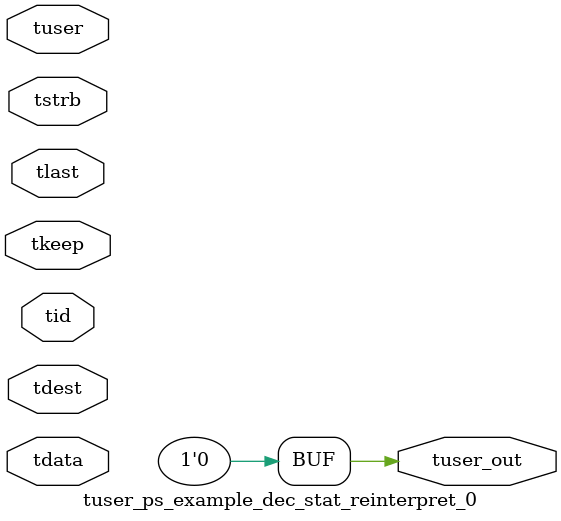
<source format=v>


`timescale 1ps/1ps

module tuser_ps_example_dec_stat_reinterpret_0 #
(
parameter C_S_AXIS_TUSER_WIDTH = 1,
parameter C_S_AXIS_TDATA_WIDTH = 32,
parameter C_S_AXIS_TID_WIDTH   = 0,
parameter C_S_AXIS_TDEST_WIDTH = 0,
parameter C_M_AXIS_TUSER_WIDTH = 1
)
(
input  [(C_S_AXIS_TUSER_WIDTH == 0 ? 1 : C_S_AXIS_TUSER_WIDTH)-1:0     ] tuser,
input  [(C_S_AXIS_TDATA_WIDTH == 0 ? 1 : C_S_AXIS_TDATA_WIDTH)-1:0     ] tdata,
input  [(C_S_AXIS_TID_WIDTH   == 0 ? 1 : C_S_AXIS_TID_WIDTH)-1:0       ] tid,
input  [(C_S_AXIS_TDEST_WIDTH == 0 ? 1 : C_S_AXIS_TDEST_WIDTH)-1:0     ] tdest,
input  [(C_S_AXIS_TDATA_WIDTH/8)-1:0 ] tkeep,
input  [(C_S_AXIS_TDATA_WIDTH/8)-1:0 ] tstrb,
input                                                                    tlast,
output [C_M_AXIS_TUSER_WIDTH-1:0] tuser_out
);

assign tuser_out = {1'b0};

endmodule


</source>
